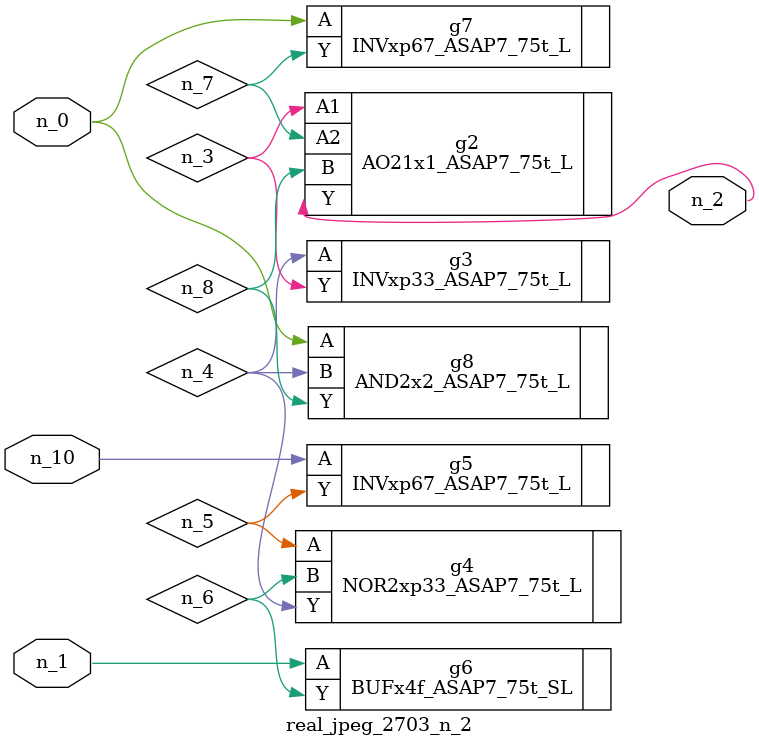
<source format=v>
module real_jpeg_2703_n_2 (n_1, n_10, n_0, n_2);

input n_1;
input n_10;
input n_0;

output n_2;

wire n_5;
wire n_4;
wire n_8;
wire n_6;
wire n_7;
wire n_3;

INVxp67_ASAP7_75t_L g7 ( 
.A(n_0),
.Y(n_7)
);

AND2x2_ASAP7_75t_L g8 ( 
.A(n_0),
.B(n_4),
.Y(n_8)
);

BUFx4f_ASAP7_75t_SL g6 ( 
.A(n_1),
.Y(n_6)
);

AO21x1_ASAP7_75t_L g2 ( 
.A1(n_3),
.A2(n_7),
.B(n_8),
.Y(n_2)
);

INVxp33_ASAP7_75t_L g3 ( 
.A(n_4),
.Y(n_3)
);

NOR2xp33_ASAP7_75t_L g4 ( 
.A(n_5),
.B(n_6),
.Y(n_4)
);

INVxp67_ASAP7_75t_L g5 ( 
.A(n_10),
.Y(n_5)
);


endmodule
</source>
